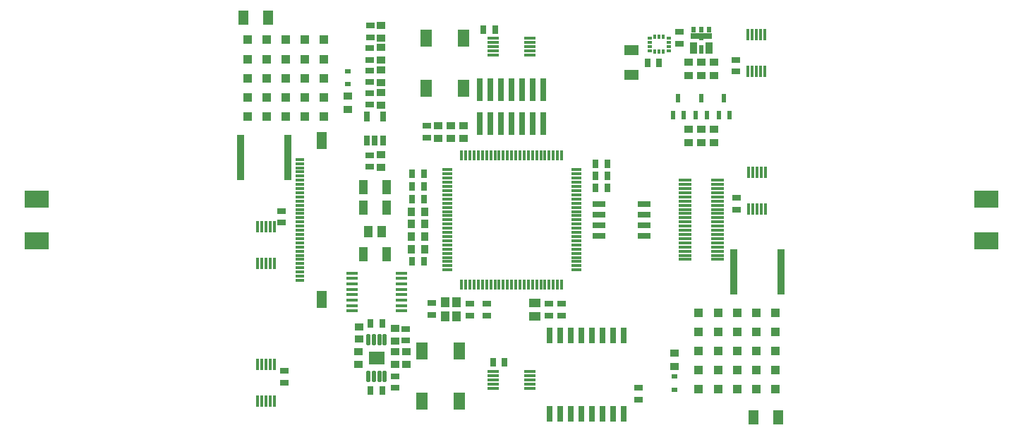
<source format=gtp>
G04*
G04 #@! TF.GenerationSoftware,Altium Limited,Altium Designer,21.3.1 (25)*
G04*
G04 Layer_Color=8421504*
%FSLAX25Y25*%
%MOIN*%
G70*
G04*
G04 #@! TF.SameCoordinates,B8EFB4BC-30DA-42F7-88CE-EC59C6869F36*
G04*
G04*
G04 #@! TF.FilePolarity,Positive*
G04*
G01*
G75*
%ADD16R,0.02756X0.02362*%
%ADD17R,0.03937X0.03740*%
%ADD18R,0.01968X0.03937*%
%ADD19R,0.03858X0.03071*%
%ADD20R,0.03071X0.03858*%
%ADD21R,0.02362X0.01181*%
%ADD22R,0.01181X0.02362*%
%ADD23R,0.07087X0.04528*%
G04:AMPARAMS|DCode=24|XSize=61.81mil|YSize=74.41mil|CornerRadius=1.85mil|HoleSize=0mil|Usage=FLASHONLY|Rotation=270.000|XOffset=0mil|YOffset=0mil|HoleType=Round|Shape=RoundedRectangle|*
%AMROUNDEDRECTD24*
21,1,0.06181,0.07070,0,0,270.0*
21,1,0.05810,0.07441,0,0,270.0*
1,1,0.00371,-0.03535,-0.02905*
1,1,0.00371,-0.03535,0.02905*
1,1,0.00371,0.03535,0.02905*
1,1,0.00371,0.03535,-0.02905*
%
%ADD24ROUNDEDRECTD24*%
G04:AMPARAMS|DCode=25|XSize=17.72mil|YSize=53.15mil|CornerRadius=1.95mil|HoleSize=0mil|Usage=FLASHONLY|Rotation=0.000|XOffset=0mil|YOffset=0mil|HoleType=Round|Shape=RoundedRectangle|*
%AMROUNDEDRECTD25*
21,1,0.01772,0.04925,0,0,0.0*
21,1,0.01382,0.05315,0,0,0.0*
1,1,0.00390,0.00691,-0.02463*
1,1,0.00390,-0.00691,-0.02463*
1,1,0.00390,-0.00691,0.02463*
1,1,0.00390,0.00691,0.02463*
%
%ADD25ROUNDEDRECTD25*%
G04:AMPARAMS|DCode=26|XSize=25.59mil|YSize=47.24mil|CornerRadius=1.92mil|HoleSize=0mil|Usage=FLASHONLY|Rotation=180.000|XOffset=0mil|YOffset=0mil|HoleType=Round|Shape=RoundedRectangle|*
%AMROUNDEDRECTD26*
21,1,0.02559,0.04341,0,0,180.0*
21,1,0.02175,0.04724,0,0,180.0*
1,1,0.00384,-0.01088,0.02170*
1,1,0.00384,0.01088,0.02170*
1,1,0.00384,0.01088,-0.02170*
1,1,0.00384,-0.01088,-0.02170*
%
%ADD26ROUNDEDRECTD26*%
%ADD27R,0.03937X0.03347*%
%ADD28R,0.04173X0.04173*%
%ADD29R,0.05118X0.07874*%
%ADD30R,0.03937X0.01181*%
%ADD31R,0.04528X0.07087*%
%ADD32R,0.03189X0.21299*%
%ADD33R,0.03937X0.04724*%
%ADD34R,0.03740X0.03937*%
%ADD35R,0.04173X0.04173*%
%ADD36R,0.02362X0.00984*%
%ADD37R,0.03543X0.05315*%
%ADD38R,0.01968X0.04134*%
%ADD39R,0.02362X0.03150*%
%ADD40R,0.01968X0.03150*%
%ADD41R,0.09843X0.02559*%
%ADD42R,0.06004X0.02559*%
%ADD43R,0.05807X0.01772*%
%ADD44R,0.02756X0.07579*%
%ADD45R,0.11614X0.07953*%
%ADD46R,0.04016X0.05787*%
%ADD47R,0.04016X0.07165*%
%ADD48R,0.05787X0.04016*%
%ADD49R,0.05512X0.08268*%
%ADD50R,0.01181X0.05512*%
%ADD51R,0.05512X0.01181*%
%ADD52R,0.02913X0.10984*%
%ADD53R,0.05906X0.01181*%
%ADD54R,0.01181X0.04724*%
%ADD55R,0.04724X0.01181*%
D16*
X164567Y230315D02*
D03*
X164567Y236614D02*
D03*
X318898Y86221D02*
D03*
X318897Y92519D02*
D03*
D17*
X331693Y209252D02*
D03*
Y202953D02*
D03*
X337598Y209252D02*
D03*
Y202953D02*
D03*
X325787Y209252D02*
D03*
Y202953D02*
D03*
X164567Y224803D02*
D03*
Y218504D02*
D03*
X318898Y103543D02*
D03*
Y97244D02*
D03*
X325787Y240748D02*
D03*
Y234449D02*
D03*
X337598Y240748D02*
D03*
Y234449D02*
D03*
X331693Y240748D02*
D03*
Y234449D02*
D03*
D18*
X331693Y223819D02*
D03*
X334252Y215945D02*
D03*
X329134D02*
D03*
X342520Y223819D02*
D03*
X345079Y215945D02*
D03*
X339961D02*
D03*
X320866Y223819D02*
D03*
X323425Y215945D02*
D03*
X318307D02*
D03*
D19*
X348433Y171236D02*
D03*
Y176748D02*
D03*
X133268Y170571D02*
D03*
Y165059D02*
D03*
X134646Y89567D02*
D03*
Y95079D02*
D03*
X347933Y236417D02*
D03*
Y241929D02*
D03*
X321260Y255118D02*
D03*
Y249606D02*
D03*
X187008Y87008D02*
D03*
Y92520D02*
D03*
X192226Y109355D02*
D03*
Y114867D02*
D03*
X175197Y241929D02*
D03*
Y247441D02*
D03*
Y231299D02*
D03*
Y236811D02*
D03*
Y220669D02*
D03*
Y226181D02*
D03*
X175296Y257977D02*
D03*
Y252465D02*
D03*
X175197Y191339D02*
D03*
Y196850D02*
D03*
X301969Y81496D02*
D03*
Y87008D02*
D03*
X265748Y121260D02*
D03*
Y126772D02*
D03*
X230315Y121260D02*
D03*
Y126772D02*
D03*
X222244Y126772D02*
D03*
Y121260D02*
D03*
X204528Y121457D02*
D03*
Y126969D02*
D03*
X259842Y121260D02*
D03*
Y126772D02*
D03*
X201969Y205118D02*
D03*
Y210630D02*
D03*
D20*
X233366Y99016D02*
D03*
X238878D02*
D03*
X234252Y256201D02*
D03*
X228740D02*
D03*
X311811Y240551D02*
D03*
X306299D02*
D03*
X181003Y85921D02*
D03*
X175491D02*
D03*
X281890Y181496D02*
D03*
X287402D02*
D03*
X175394Y117520D02*
D03*
X180905D02*
D03*
X195079Y187992D02*
D03*
X200591D02*
D03*
X195079Y182087D02*
D03*
X200591D02*
D03*
X195079Y176181D02*
D03*
X200591D02*
D03*
X287402Y187008D02*
D03*
X281890D02*
D03*
X287402Y192913D02*
D03*
X281890D02*
D03*
X195079Y146653D02*
D03*
X200591D02*
D03*
D21*
X307283Y252165D02*
D03*
Y250197D02*
D03*
Y248228D02*
D03*
Y246260D02*
D03*
X316339D02*
D03*
Y248228D02*
D03*
Y250197D02*
D03*
Y252165D02*
D03*
D22*
X309842Y245669D02*
D03*
X311811D02*
D03*
X313779D02*
D03*
Y252756D02*
D03*
X311811D02*
D03*
X309842D02*
D03*
D23*
X298819Y234646D02*
D03*
Y246457D02*
D03*
D24*
X178347Y101181D02*
D03*
D25*
X182185Y109941D02*
D03*
Y92421D02*
D03*
X179626Y109941D02*
D03*
X177067D02*
D03*
X179626Y92421D02*
D03*
X177067D02*
D03*
X174508D02*
D03*
Y109941D02*
D03*
D26*
X173819Y215256D02*
D03*
X181299Y203642D02*
D03*
X173819D02*
D03*
X181299Y215256D02*
D03*
X177559Y203642D02*
D03*
D27*
X192520Y104134D02*
D03*
Y98228D02*
D03*
X187008D02*
D03*
Y104134D02*
D03*
X187108Y115064D02*
D03*
Y109158D02*
D03*
X170079Y110039D02*
D03*
Y115945D02*
D03*
X169685Y98228D02*
D03*
Y104134D02*
D03*
X180415Y258174D02*
D03*
Y252268D02*
D03*
X180315Y241732D02*
D03*
Y247638D02*
D03*
Y237008D02*
D03*
Y231102D02*
D03*
Y226378D02*
D03*
Y220472D02*
D03*
Y191142D02*
D03*
Y197047D02*
D03*
X213386Y210827D02*
D03*
Y204921D02*
D03*
X219291Y210827D02*
D03*
Y204921D02*
D03*
X207480Y210827D02*
D03*
Y204921D02*
D03*
D28*
X153295Y251299D02*
D03*
Y242283D02*
D03*
Y233268D02*
D03*
Y224252D02*
D03*
Y215236D02*
D03*
X144279Y251299D02*
D03*
Y242283D02*
D03*
Y233268D02*
D03*
Y224252D02*
D03*
Y215236D02*
D03*
X135263Y251299D02*
D03*
Y242283D02*
D03*
Y233268D02*
D03*
Y224252D02*
D03*
Y215236D02*
D03*
X126247Y251299D02*
D03*
Y242283D02*
D03*
Y233268D02*
D03*
Y224252D02*
D03*
Y215236D02*
D03*
X117232Y251299D02*
D03*
Y242283D02*
D03*
Y233268D02*
D03*
Y224252D02*
D03*
Y215236D02*
D03*
D29*
X152559Y203937D02*
D03*
Y128740D02*
D03*
D30*
X141929Y194882D02*
D03*
Y192913D02*
D03*
Y190945D02*
D03*
Y188976D02*
D03*
Y187008D02*
D03*
Y185039D02*
D03*
Y183071D02*
D03*
Y181102D02*
D03*
Y179134D02*
D03*
Y177165D02*
D03*
Y175197D02*
D03*
Y173228D02*
D03*
Y171260D02*
D03*
Y169291D02*
D03*
Y167323D02*
D03*
Y165354D02*
D03*
Y163386D02*
D03*
Y161417D02*
D03*
Y159449D02*
D03*
Y157480D02*
D03*
Y155512D02*
D03*
Y153543D02*
D03*
Y151575D02*
D03*
Y149606D02*
D03*
Y147638D02*
D03*
Y145669D02*
D03*
Y143701D02*
D03*
Y141732D02*
D03*
Y139764D02*
D03*
Y137795D02*
D03*
D31*
X127165Y261811D02*
D03*
X115354D02*
D03*
X356299Y73228D02*
D03*
X368110D02*
D03*
D32*
X114042Y195866D02*
D03*
X136484D02*
D03*
X369488Y141732D02*
D03*
X347047D02*
D03*
D33*
X210827Y127362D02*
D03*
Y120669D02*
D03*
X215945D02*
D03*
Y127362D02*
D03*
D34*
X200984Y152559D02*
D03*
X194685D02*
D03*
X200984Y170276D02*
D03*
X194685D02*
D03*
Y158465D02*
D03*
X200984D02*
D03*
X194685Y164370D02*
D03*
X200984D02*
D03*
D35*
X366614Y86299D02*
D03*
X357598D02*
D03*
X348583D02*
D03*
X339567D02*
D03*
X330551D02*
D03*
X366614Y95315D02*
D03*
X357598D02*
D03*
X348583D02*
D03*
X339567D02*
D03*
X330551D02*
D03*
X366614Y104331D02*
D03*
X357598D02*
D03*
X348583D02*
D03*
X339567D02*
D03*
X330551D02*
D03*
X366614Y113347D02*
D03*
X357598D02*
D03*
X348583D02*
D03*
X339567D02*
D03*
X330551D02*
D03*
X366614Y122362D02*
D03*
X357598D02*
D03*
X348583D02*
D03*
X339567D02*
D03*
X330551D02*
D03*
D36*
X331693Y251378D02*
D03*
D37*
X335433Y247445D02*
D03*
X327953D02*
D03*
D38*
X331693Y246854D02*
D03*
D39*
X327953Y256004D02*
D03*
X335433D02*
D03*
D40*
X331693D02*
D03*
D41*
Y253150D02*
D03*
D42*
X283417Y173642D02*
D03*
Y168642D02*
D03*
Y163642D02*
D03*
Y158642D02*
D03*
X304772D02*
D03*
Y163642D02*
D03*
Y168642D02*
D03*
Y173642D02*
D03*
D43*
X166779Y123327D02*
D03*
Y125886D02*
D03*
Y128445D02*
D03*
Y131004D02*
D03*
Y133563D02*
D03*
Y136122D02*
D03*
Y138681D02*
D03*
Y141240D02*
D03*
X189913D02*
D03*
Y138681D02*
D03*
Y136122D02*
D03*
Y133563D02*
D03*
Y131004D02*
D03*
Y128445D02*
D03*
Y125886D02*
D03*
Y123327D02*
D03*
D44*
X295197Y111811D02*
D03*
X290197D02*
D03*
X285197D02*
D03*
X280197D02*
D03*
X275197D02*
D03*
X270197D02*
D03*
X265197D02*
D03*
X260197D02*
D03*
Y74709D02*
D03*
X265197D02*
D03*
X270197D02*
D03*
X275197D02*
D03*
X280197D02*
D03*
X285197D02*
D03*
X290197D02*
D03*
X295197D02*
D03*
D45*
X466535Y156496D02*
D03*
Y176181D02*
D03*
X17717D02*
D03*
Y156496D02*
D03*
D46*
X174409Y160630D02*
D03*
X180709D02*
D03*
D47*
X183071Y181890D02*
D03*
X172047D02*
D03*
Y172047D02*
D03*
X183071D02*
D03*
Y150000D02*
D03*
X172047D02*
D03*
D48*
X253150Y127165D02*
D03*
Y120866D02*
D03*
D49*
X219488Y251969D02*
D03*
Y228346D02*
D03*
X201772Y251969D02*
D03*
Y228346D02*
D03*
X217520Y104331D02*
D03*
Y80709D02*
D03*
X199803Y104331D02*
D03*
Y80709D02*
D03*
D50*
X122047Y145866D02*
D03*
X124016D02*
D03*
X125984D02*
D03*
X127953D02*
D03*
X129921D02*
D03*
Y163189D02*
D03*
X127953D02*
D03*
X125984D02*
D03*
X124016D02*
D03*
X122047D02*
D03*
Y80905D02*
D03*
X124016D02*
D03*
X125984D02*
D03*
X127953D02*
D03*
X129921D02*
D03*
Y98228D02*
D03*
X127953D02*
D03*
X125984D02*
D03*
X124016D02*
D03*
X122047D02*
D03*
X361713Y253740D02*
D03*
X359744D02*
D03*
X357776D02*
D03*
X355807D02*
D03*
X353839D02*
D03*
Y236417D02*
D03*
X355807D02*
D03*
X357776D02*
D03*
X359744D02*
D03*
X361713D02*
D03*
X362008Y171457D02*
D03*
X360039D02*
D03*
X358071D02*
D03*
X356102D02*
D03*
X354134D02*
D03*
Y188779D02*
D03*
X356102D02*
D03*
X358071D02*
D03*
X360039D02*
D03*
X362008D02*
D03*
D51*
X233465Y244094D02*
D03*
Y246063D02*
D03*
Y248031D02*
D03*
Y250000D02*
D03*
Y251969D02*
D03*
X250787D02*
D03*
Y250000D02*
D03*
Y248031D02*
D03*
Y246063D02*
D03*
Y244094D02*
D03*
X233465Y86811D02*
D03*
Y88779D02*
D03*
Y90748D02*
D03*
Y92716D02*
D03*
Y94685D02*
D03*
X250787D02*
D03*
Y92716D02*
D03*
Y90748D02*
D03*
Y88779D02*
D03*
Y86811D02*
D03*
D52*
X257126Y227697D02*
D03*
Y211673D02*
D03*
X252126Y227697D02*
D03*
Y211673D02*
D03*
X247126Y227697D02*
D03*
Y211673D02*
D03*
X242126Y227697D02*
D03*
Y211673D02*
D03*
X237126Y227697D02*
D03*
Y211673D02*
D03*
X232126Y227697D02*
D03*
Y211673D02*
D03*
X227126Y227697D02*
D03*
Y211673D02*
D03*
D53*
X339469Y147638D02*
D03*
X323917D02*
D03*
X339469Y149606D02*
D03*
X323917D02*
D03*
X339469Y151575D02*
D03*
X323917D02*
D03*
X339469Y153543D02*
D03*
X323917D02*
D03*
X339469Y155512D02*
D03*
X323917D02*
D03*
X339469Y157480D02*
D03*
X323917D02*
D03*
X339469Y159449D02*
D03*
X323917D02*
D03*
X339469Y161417D02*
D03*
X323917D02*
D03*
X339469Y163386D02*
D03*
X323917D02*
D03*
X339469Y165354D02*
D03*
X323917D02*
D03*
X339469Y167323D02*
D03*
X323917D02*
D03*
X339469Y169291D02*
D03*
X323917D02*
D03*
X339469Y171260D02*
D03*
X323917D02*
D03*
X339469Y173228D02*
D03*
X323917D02*
D03*
X339469Y175197D02*
D03*
X323917D02*
D03*
X339469Y177165D02*
D03*
X323917D02*
D03*
X339469Y179134D02*
D03*
X323917D02*
D03*
X339469Y181102D02*
D03*
X323917D02*
D03*
X339469Y183071D02*
D03*
X323917D02*
D03*
X339469Y185039D02*
D03*
X323917D02*
D03*
D54*
X218504Y196850D02*
D03*
X220472D02*
D03*
X222441D02*
D03*
X224410D02*
D03*
X226378D02*
D03*
X228346D02*
D03*
X230315D02*
D03*
X232283D02*
D03*
X234252D02*
D03*
X236221D02*
D03*
X238189D02*
D03*
X240158D02*
D03*
X242126D02*
D03*
X244094D02*
D03*
X246063D02*
D03*
X248031D02*
D03*
X250000D02*
D03*
X251969D02*
D03*
X253937D02*
D03*
X255906D02*
D03*
X257874D02*
D03*
X259842D02*
D03*
X261811D02*
D03*
X263779D02*
D03*
X265748D02*
D03*
Y135827D02*
D03*
X263779D02*
D03*
X261811D02*
D03*
X259842D02*
D03*
X257874D02*
D03*
X255906D02*
D03*
X253937D02*
D03*
X251969D02*
D03*
X250000D02*
D03*
X248031D02*
D03*
X246063D02*
D03*
X244094D02*
D03*
X242126D02*
D03*
X240158D02*
D03*
X238189D02*
D03*
X236221D02*
D03*
X234252D02*
D03*
X232283D02*
D03*
X230315D02*
D03*
X228346D02*
D03*
X226378D02*
D03*
X224410D02*
D03*
X222441D02*
D03*
X220472D02*
D03*
X218504D02*
D03*
D55*
X272638Y189961D02*
D03*
Y187992D02*
D03*
Y186024D02*
D03*
Y184055D02*
D03*
Y182087D02*
D03*
Y180118D02*
D03*
Y178150D02*
D03*
Y176181D02*
D03*
Y174213D02*
D03*
Y172244D02*
D03*
Y170276D02*
D03*
Y168307D02*
D03*
Y166339D02*
D03*
Y164370D02*
D03*
Y162402D02*
D03*
Y160433D02*
D03*
Y158465D02*
D03*
Y156496D02*
D03*
Y154528D02*
D03*
Y152559D02*
D03*
Y150591D02*
D03*
Y148622D02*
D03*
Y146653D02*
D03*
Y144685D02*
D03*
Y142717D02*
D03*
X211614D02*
D03*
Y144685D02*
D03*
Y146653D02*
D03*
Y148622D02*
D03*
Y150591D02*
D03*
Y152559D02*
D03*
Y154528D02*
D03*
Y156496D02*
D03*
Y158465D02*
D03*
Y160433D02*
D03*
Y162402D02*
D03*
Y164370D02*
D03*
Y166339D02*
D03*
Y168307D02*
D03*
Y170276D02*
D03*
Y172244D02*
D03*
Y174213D02*
D03*
Y176181D02*
D03*
Y178150D02*
D03*
Y180118D02*
D03*
Y182087D02*
D03*
Y184055D02*
D03*
Y186024D02*
D03*
Y187992D02*
D03*
Y189961D02*
D03*
M02*

</source>
